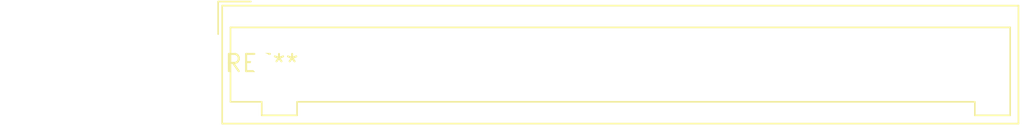
<source format=kicad_pcb>
(kicad_pcb (version 20240108) (generator pcbnew)
  (layers (0 "F.Cu" signal) (31 "B.Cu" signal) (34 "B.Paste" user) (35 "F.Paste" user) (36 "B.SilkS" user "B.Silkscreen") (37 "F.SilkS" user "F.Silkscreen") (38 "B.Mask" user) (39 "F.Mask" user) (44 "Edge.Cuts" user))
  (net 0 "")
  (footprint "Wago_734-146_1x16_P3.50mm_Vertical" (layer "F.Cu") (at 0 0)
    (property "Reference" "REF**")
    (property "Value" "Wago_734-146_1x16_P3.50mm_Vertical")
    (fp_line (start -3.21 -4.56) (end -0.8 -4.56) (layer "F.SilkS") (stroke (width 0.12)))
    (fp_line (start -3.21 -2.15) (end -3.21 -4.56) (layer "F.SilkS") (stroke (width 0.12)))
    (fp_line (start -2.91 -4.26) (end -2.91 4.46) (layer "F.SilkS") (stroke (width 0.12)))
    (fp_line (start -2.91 4.46) (end 55.71 4.46) (layer "F.SilkS") (stroke (width 0.12)))
    (fp_line (start -2.3 -2.65) (end -2.3 2.85) (layer "F.SilkS") (stroke (width 0.12)))
    (fp_line (start -2.3 2.85) (end 0 2.85) (layer "F.SilkS") (stroke (width 0.12)))
    (fp_line (start 0 2.85) (end 0 3.85) (layer "F.SilkS") (stroke (width 0.12)))
    (fp_line (start 0 3.85) (end 2.6 3.85) (layer "F.SilkS") (stroke (width 0.12)))
    (fp_line (start 2.6 2.85) (end 52.5 2.85) (layer "F.SilkS") (stroke (width 0.12)))
    (fp_line (start 2.6 3.85) (end 2.6 2.85) (layer "F.SilkS") (stroke (width 0.12)))
    (fp_line (start 52.5 2.85) (end 52.5 3.85) (layer "F.SilkS") (stroke (width 0.12)))
    (fp_line (start 52.5 3.85) (end 55.1 3.85) (layer "F.SilkS") (stroke (width 0.12)))
    (fp_line (start 55.1 -2.65) (end -2.3 -2.65) (layer "F.SilkS") (stroke (width 0.12)))
    (fp_line (start 55.1 3.85) (end 55.1 -2.65) (layer "F.SilkS") (stroke (width 0.12)))
    (fp_line (start 55.71 -4.26) (end -2.91 -4.26) (layer "F.SilkS") (stroke (width 0.12)))
    (fp_line (start 55.71 4.46) (end 55.71 -4.26) (layer "F.SilkS") (stroke (width 0.12)))
    (pad "1" thru_hole roundrect (at 0 0) (size 2 2.6) (drill 1.6) (layers *.Cu *.Mask) (remove_unused_layers) (roundrect_rratio 0.125))
    (pad "2" thru_hole oval (at 3.5 0) (size 2 2.6) (drill 1.6) (layers *.Cu *.Mask) (remove_unused_layers))
    (pad "3" thru_hole oval (at 7 0) (size 2 2.6) (drill 1.6) (layers *.Cu *.Mask) (remove_unused_layers))
    (pad "4" thru_hole oval (at 10.5 0) (size 2 2.6) (drill 1.6) (layers *.Cu *.Mask) (remove_unused_layers))
    (pad "5" thru_hole oval (at 14 0) (size 2 2.6) (drill 1.6) (layers *.Cu *.Mask) (remove_unused_layers))
    (pad "6" thru_hole oval (at 17.5 0) (size 2 2.6) (drill 1.6) (layers *.Cu *.Mask) (remove_unused_layers))
    (pad "7" thru_hole oval (at 21 0) (size 2 2.6) (drill 1.6) (layers *.Cu *.Mask) (remove_unused_layers))
    (pad "8" thru_hole oval (at 24.5 0) (size 2 2.6) (drill 1.6) (layers *.Cu *.Mask) (remove_unused_layers))
    (pad "9" thru_hole oval (at 28 0) (size 2 2.6) (drill 1.6) (layers *.Cu *.Mask) (remove_unused_layers))
    (pad "10" thru_hole oval (at 31.5 0) (size 2 2.6) (drill 1.6) (layers *.Cu *.Mask) (remove_unused_layers))
    (pad "11" thru_hole oval (at 35 0) (size 2 2.6) (drill 1.6) (layers *.Cu *.Mask) (remove_unused_layers))
    (pad "12" thru_hole oval (at 38.5 0) (size 2 2.6) (drill 1.6) (layers *.Cu *.Mask) (remove_unused_layers))
    (pad "13" thru_hole oval (at 42 0) (size 2 2.6) (drill 1.6) (layers *.Cu *.Mask) (remove_unused_layers))
    (pad "14" thru_hole oval (at 45.5 0) (size 2 2.6) (drill 1.6) (layers *.Cu *.Mask) (remove_unused_layers))
    (pad "15" thru_hole oval (at 49 0) (size 2 2.6) (drill 1.6) (layers *.Cu *.Mask) (remove_unused_layers))
    (pad "16" thru_hole oval (at 52.5 0) (size 2 2.6) (drill 1.6) (layers *.Cu *.Mask) (remove_unused_layers))
  )
)
</source>
